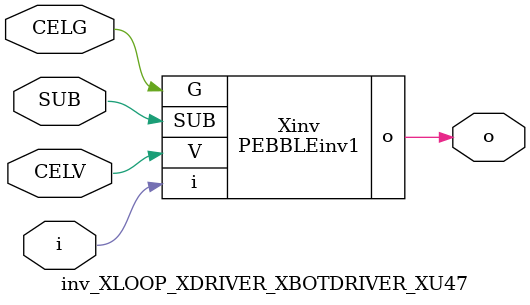
<source format=v>



module PEBBLEinv1 ( o, G, SUB, V, i );

  input V;
  input i;
  input G;
  output o;
  input SUB;
endmodule

//Celera Confidential Do Not Copy inv_XLOOP_XDRIVER_XBOTDRIVER_XU47
//Celera Confidential Symbol Generator
//5V Inverter
module inv_XLOOP_XDRIVER_XBOTDRIVER_XU47 (CELV,CELG,i,o,SUB);
input CELV;
input CELG;
input i;
input SUB;
output o;

//Celera Confidential Do Not Copy inv
PEBBLEinv1 Xinv(
.V (CELV),
.i (i),
.o (o),
.SUB (SUB),
.G (CELG)
);
//,diesize,PEBBLEinv1

//Celera Confidential Do Not Copy Module End
//Celera Schematic Generator
endmodule

</source>
